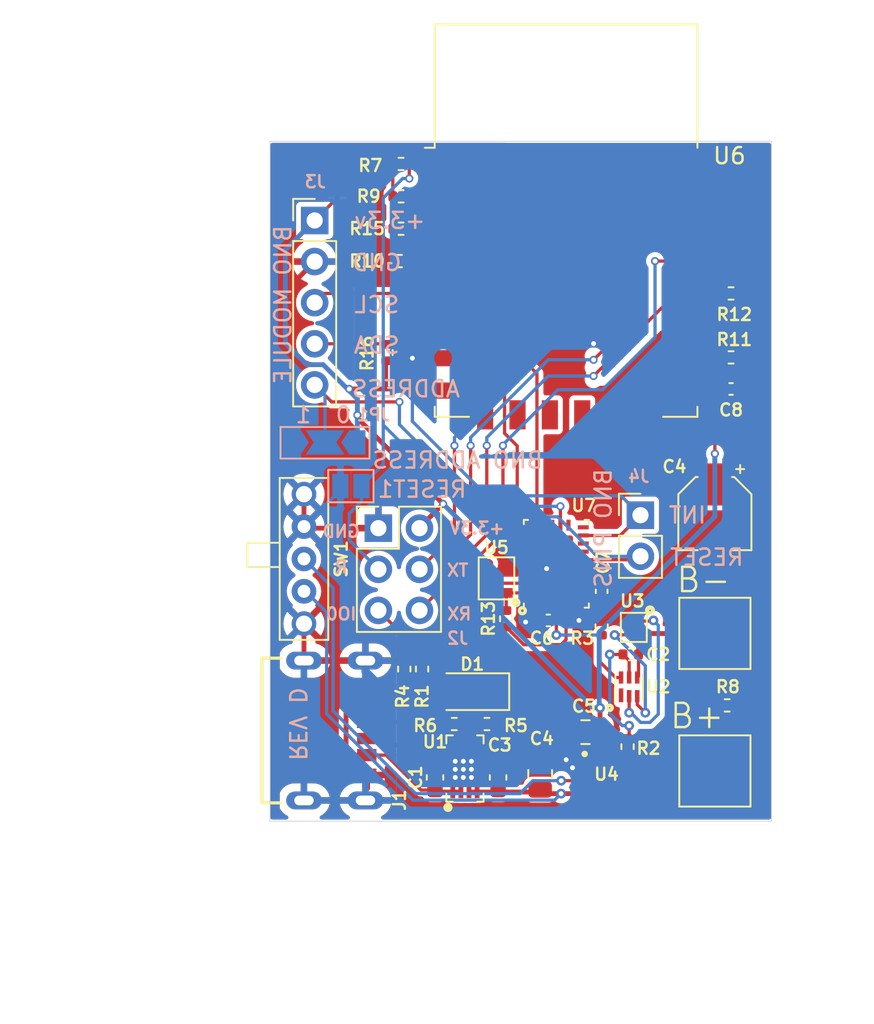
<source format=kicad_pcb>
(kicad_pcb (version 20211014) (generator pcbnew)
  (layers (0 "F.Cu" signal) (31 "B.Cu" signal) (34 "B.Paste" user) (35 "F.Paste" user) (36 "B.SilkS" user "B.Silkscreen") (37 "F.SilkS" user "F.Silkscreen") (38 "B.Mask" user) (39 "F.Mask" user) (44 "Edge.Cuts" user))
  (net 0 "")
  (net 1 "+5V")
  (net 2 "-BATT")
  (net 3 "/BAT_SENCE")
  (net 4 "CH_PROG")
  (net 5 "CS")
  (net 6 "GND")
  (net 7 "B-")
  (net 8 "+BATT")
  (net 9 "+3.3V")
  (net 10 "/CAP_BNO")
  (net 11 "Net-(R5-Pad1)")
  (net 12 "/CC1")
  (net 13 "Net-(R10-Pad1)")
  (net 14 "/CC2")
  (net 15 "/RESET")
  (net 16 "/TX")
  (net 17 "/GPIO0")
  (net 18 "/RX")
  (net 19 "/H_SCL")
  (net 20 "/H_SDA")
  (net 21 "/MOSI")
  (net 22 "/INT")
  (net 23 "/V-")
  (net 24 "/CH_STAT")
  (net 25 "/CH_PROG")
  (net 26 "/ADC")
  (net 27 "/ESP_EN")
  (net 28 "/GPIO16")
  (net 29 "/GPIO15")
  (net 30 "/BOOTN")
  (net 31 "/REG_EN")
  (net 33 "/G_C")
  (net 34 "/G_D")
  (net 35 "/CLK_BNO")
  (footprint "Capacitor_SMD:C_0603_1608Metric" (layer "F.Cu") (at 119.2 106.8 90)
    (fp_text reference "C1")
    (fp_text value "4.7uf")
  )
  (footprint "Capacitor_SMD:CP_Elec_4x4.5" (layer "F.Cu") (at 136.5 90.5 -90)
    (fp_text reference "C4")
    (fp_text value "1uf")
  )
  (footprint "Capacitor_SMD:C_0402_1005Metric" (layer "F.Cu") (at 126.2 97.1 180)
    (fp_text reference "C6")
    (fp_text value "100nf")
  )
  (footprint "Capacitor_SMD:C_0402_1005Metric" (layer "F.Cu") (at 129.5 95.3 -90)
    (fp_text reference "C7")
    (fp_text value "100nf")
  )
  (footprint "Capacitor_SMD:C_0402_1005Metric" (layer "F.Cu") (at 137.5 82.8)
    (fp_text reference "C8")
    (fp_text value "100nf")
  )
  (footprint "Capacitor_SMD:C_0402_1005Metric" (layer "F.Cu") (at 131.3 99.2 180)
    (fp_text reference "C2")
    (fp_text value "100nf")
  )
  (footprint "Diode_SMD:D_1206_3216Metric" (layer "F.Cu") (at 121.5 101.5 180)
    (fp_text reference "D1")
    (fp_text value "c-stat")
  )
  (footprint "Connector_USB:GCT_USB4125-GF-A_REVA" (layer "F.Cu") (at 114.9 103.9 -90)
    (fp_text reference "J1")
    (fp_text value "USB4125-GF-A_REVA")
  )
  (footprint "Resistor_SMD:R_0402_1005Metric" (layer "F.Cu") (at 118.4 100.1 90)
    (fp_text reference "R1")
    (fp_text value "5.1k")
  )
  (footprint "Resistor_SMD:R_0402_1005Metric" (layer "F.Cu") (at 117.3 100.1 90)
    (fp_text reference "R4")
    (fp_text value "5.1k")
  )
  (footprint "Resistor_SMD:R_0402_1005Metric" (layer "F.Cu") (at 122.41 103.5)
    (fp_text reference "R5")
    (fp_text value "470")
  )
  (footprint "Resistor_SMD:R_0402_1005Metric" (layer "F.Cu") (at 120.39 103.5 180)
    (fp_text reference "R6")
    (fp_text value "2k")
  )
  (footprint "Resistor_SMD:R_0402_1005Metric" (layer "F.Cu") (at 117.1 68.9)
    (fp_text reference "R7")
    (fp_text value "10k")
  )
  (footprint "Resistor_SMD:R_0402_1005Metric" (layer "F.Cu") (at 117.1 70.9)
    (fp_text reference "R9")
    (fp_text value "10k")
  )
  (footprint "Resistor_SMD:R_0402_1005Metric" (layer "F.Cu") (at 123.6 97 -90)
    (fp_text reference "R13")
    (fp_text value "2.2k")
  )
  (footprint "Resistor_SMD:R_0402_1005Metric" (layer "F.Cu") (at 117.1 72.9 180)
    (fp_text reference "R15")
    (fp_text value "2.2k")
  )
  (footprint "Resistor_SMD:R_0402_1005Metric" (layer "F.Cu") (at 116.2 80.55 -90)
    (fp_text reference "R16")
    (fp_text value "2.2k")
  )
  (footprint "Resistor_SMD:R_0402_1005Metric" (layer "F.Cu") (at 117 74.9 180)
    (fp_text reference "R10")
    (fp_text value "10k")
  )
  (footprint "Resistor_SMD:R_0402_1005Metric" (layer "F.Cu") (at 131.1 104.9 -90)
    (fp_text reference "R2")
    (fp_text value "330")
  )
  (footprint "Resistor_SMD:R_0402_1005Metric" (layer "F.Cu") (at 129.5 97.5 -90)
    (fp_text reference "R3")
    (fp_text value "2.2k")
  )
  (footprint "Button_Switch_THT:A107673" (layer "F.Cu") (at 114.1 93.3 -90)
    (fp_text reference "SW1")
    (fp_text value "SW_SPDT")
  )
  (footprint "Oscillator:kc2016" (layer "F.Cu") (at 122 95.1 90)
    (fp_text reference "U5")
    (fp_text value "ASAK-32.7680KHZ-LRS-T")
  )
  (footprint "Package_LGA:LGA-28_5.2x3.8mm_P0.5mm" (layer "F.Cu") (at 126.7 93.6 90)
    (fp_text reference "U7")
    (fp_text value "BNO085")
  )
  (footprint "Package_SON:WSON-6_1.5x1.5mm_P0.5mm" (layer "F.Cu") (at 131.2 101.2 90)
    (fp_text reference "U2")
    (fp_text value "BQ297xy")
  )
  (footprint "Package_DirectFET:4-XFLGA" (layer "F.Cu") (at 131.5 97.5 180)
    (fp_text reference "U3")
    (fp_text value "CSD85302L")
  )
  (footprint "Capacitor_SMD:C_0805_2012Metric" (layer "F.Cu") (at 125.7 106.6 90)
    (fp_text reference "C4")
    (fp_text value "1uf")
  )
  (footprint "Capacitor_SMD:C_0805_2012Metric" (layer "F.Cu") (at 128.5 104 180)
    (fp_text reference "C5")
    (fp_text value "1uf")
  )
  (footprint "libs:VREG_NCP170AMX300TCG" (layer "F.Cu") (at 128.1 106.6 -90)
    (fp_text reference "U4")
    (fp_text value "NCP177BMX330TCG")
  )
  (footprint "TestPoint:TestPoint_Pad_4.0x4.0mm" (layer "F.Cu") (at 136.5 97.9)
    (fp_text reference "B-")
    (fp_text value "TestPoint_Pad_4.0x4.0mm")
  )
  (footprint "TestPoint:TestPoint_Pad_4.0x4.0mm" (layer "F.Cu") (at 136.5 106.4)
    (fp_text reference "B+")
    (fp_text value "TestPoint_Pad_4.0x4.0mm")
  )
  (footprint "Connector_PinHeader_2.54mm:PinHeader_1x05_P2.54mm_Vertical" (layer "F.Cu") (at 111.76 72.39)
    (fp_text reference "J3")
    (fp_text value "PinHeader_1x05_P2.54mm_Vertical")
  )
  (footprint "Resistor_SMD:R_0402_1005Metric" (layer "F.Cu") (at 137.26 102.35 180)
    (fp_text reference "R8")
    (fp_text value "180k")
  )
  (footprint "Connector_PinHeader_2.54mm:PinHeader_1x02_P2.54mm_Vertical" (layer "F.Cu") (at 131.9 90.6)
    (fp_text reference "J4")
    (fp_text value "PinHeader_1x02_P2.54mm_Vertical")
  )
  (footprint "Capacitor_SMD:C_0603_1608Metric" (layer "F.Cu") (at 123.1 106.8 -90)
    (fp_text reference "C3")
    (fp_text value "4.7uf")
  )
  (footprint "RF_Module:ESP-12E" (layer "F.Cu") (at 127.3 72.4)
    (fp_text reference "U6")
    (fp_text value "ESP-12E")
  )
  (footprint "Package_QFP:dfn-8_wide" (layer "F.Cu") (at 121 106.4)
    (fp_text reference "U1")
    (fp_text value "dfn-8_wide")
  )
  (footprint "Resistor_SMD:R_0402_1005Metric" (layer "F.Cu") (at 137.5 80.85)
    (fp_text reference "R11")
    (fp_text value "10k")
  )
  (footprint "Resistor_SMD:R_0402_1005Metric" (layer "F.Cu") (at 137.5 76.9 180)
    (fp_text reference "R12")
    (fp_text value "10k")
  )
  (footprint "Connector_PinHeader_2.54mm:PinHeader_2x03_P2.54mm_Vertical" (layer "F.Cu") (at 115.7 91.4)
    (fp_text reference "J2")
    (fp_text value "PinHeader_2x03_P2.54mm_Vertical")
  )
  (footprint "Jumper:SolderJumper-2_P1.3mm_Open_Pad1.0x1.5mm" (layer "B.Cu") (at 114 88.8)
    (fp_text reference "RESET1")
    (fp_text value "SolderJumper-2_P1.3mm_Open_Pad1.0x1.5mm")
  )
  (footprint "Jumper:SolderJumper-3_P2.0mm_Open_TrianglePad1.0x1.5mm" (layer "B.Cu") (at 112.4 86.1)
    (fp_text reference "JP1")
    (fp_text value "SolderJumper-3_P2.0mm_Open_TrianglePad1.0x1.5mm")
  )
  (gr_line (start 140 67.5) (end 140 96) (layer "Edge.Cuts") (width 0.05))
  (gr_line (start 109 109.5) (end 109 67.5) (layer "Edge.Cuts") (width 0.05))
  (gr_line (start 140 96) (end 140 109.5) (layer "Edge.Cuts") (width 0.05))
  (gr_line (start 109 67.5) (end 140 67.5) (layer "Edge.Cuts") (width 0.05))
  (gr_line (start 140 109.5) (end 109 109.5) (layer "Edge.Cuts") (width 0.05))
  (gr_text "GND\n" (at 113.4 91.6) (layer "B.SilkS") (effects (font (size 0.75 0.75)) (justify mirror)))
  (gr_text "INT\n" (at 134.8 90.6) (layer "B.SilkS") (effects (font (size 1 1)) (justify mirror)))
  (gr_text "RESET\n" (at 136 93.2) (layer "B.SilkS") (effects (font (size 1 1)) (justify mirror)))
  (gr_text "SCL\n" (at 115.6 77.6) (layer "B.SilkS") (effects (font (size 1 1)) (justify mirror)))
  (gr_text "IO0" (at 113.4 96.7) (layer "B.SilkS") (effects (font (size 0.75 0.75)) (justify mirror)))
  (gr_text "BNO ADDRESS" (at 120.6 87.2) (layer "B.SilkS") (effects (font (size 1 1)) (justify mirror)))
  (gr_text "+3.3v\n" (at 116.4 72.4) (layer "B.SilkS") (effects (font (size 1 1)) (justify mirror)))
  (gr_text "TX" (at 120.6 94) (layer "B.SilkS") (effects (font (size 0.75 0.75)) (justify mirror)))
  (gr_text "+3.3V\n" (at 121.8 91.4) (layer "B.SilkS") (effects (font (size 0.75 0.75)) (justify mirror)))
  (gr_text "REV D\n" (at 110.7 103.5 270) (layer "B.SilkS") (effects (font (size 1 1)) (justify mirror)))
  (gr_text "GND\n" (at 115.6 75) (layer "B.SilkS") (effects (font (size 1 1)) (justify mirror)))
  (gr_text "BNO PINS" (at 129.6 91.4 90) (layer "B.SilkS") (effects (font (size 1 1)) (justify mirror)))
  (gr_text "R" (at 113.4 93.8) (layer "B.SilkS") (effects (font (size 0.75 0.75)) (justify mirror)))
  (gr_text "ADDRESS" (at 117.4 82.8) (layer "B.SilkS") (effects (font (size 1 1)) (justify mirror)))
  (gr_text "SDA" (at 115.6 80.1) (layer "B.SilkS") (effects (font (size 1 1)) (justify mirror)))
  (gr_text "0  1" (at 112.3 84.4) (layer "B.SilkS") (effects (font (size 1 1)) (justify mirror)))
  (gr_text "RX\n" (at 120.7 96.7) (layer "B.SilkS") (effects (font (size 0.75 0.75)) (justify mirror)))
  (gr_text "BNO MODULE" (at 109.8 77.6 90) (layer "B.SilkS") (effects (font (size 1 1)) (justify mirror)))
  (segment (start 114.98 105.42) (end 116.18 105.42) (width 0.2) (layer "F.Cu") (net 1))
  (segment (start 120.1 101.5) (end 120.1 102) (width 0.2) (layer "F.Cu") (net 1))
  (segment (start 120.3 107.7) (end 119.325 107.7) (width 0.3) (layer "F.Cu") (net 1))
  (segment (start 120.1 101.5) (end 116.18 105.42) (width 0.2) (layer "F.Cu") (net 1))
  (segment (start 120.1 101.5) (end 120.1 101.8) (width 0.2) (layer "F.Cu") (net 1))
  (segment (start 119.2 107.6) (end 119.1 107.7) (width 0.3) (layer "F.Cu") (net 1))
  (segment (start 114.08 102.38) (end 113.7 102.76) (width 0.3) (layer "F.Cu") (net 1))
  (segment (start 116.18 105.42) (end 118.335 107.575) (width 0.2) (layer "F.Cu") (net 1))
  (segment (start 118.335 107.575) (end 119.2 107.575) (width 0.2) (layer "F.Cu") (net 1))
  (segment (start 119.2 107.575) (end 118.975 107.575) (width 0.3) (layer "F.Cu") (net 1))
  (segment (start 120.8 107.7) (end 120.3 107.7) (width 0.3) (layer "F.Cu") (net 1))
  (segment (start 119.325 107.7) (end 119.2 107.575) (width 0.3) (layer "F.Cu") (net 1))
  (segment (start 113.7 102.76) (end 113.7 105.04) (width 0.3) (layer "F.Cu") (net 1))
  (segment (start 114.08 105.42) (end 114.98 105.42) (width 0.3) (layer "F.Cu") (net 1))
  (segment (start 113.7 105.04) (end 114.08 105.42) (width 0.3) (layer "F.Cu") (net 1))
  (segment (start 114.98 102.38) (end 114.08 102.38) (width 0.3) (layer "F.Cu") (net 1))
  (segment (start 131.74 99.16) (end 131.78 99.2) (width 0.2) (layer "F.Cu") (net 2))
  (segment (start 131.74 97.91) (end 136.49 97.91) (width 0.3) (layer "F.Cu") (net 2))
  (segment (start 131.78 99.2) (end 131.78 100.545) (width 0.2) (layer "F.Cu") (net 2))
  (segment (start 131.74 97.91) (end 131.74 99.16) (width 0.2) (layer "F.Cu") (net 2))
  (segment (start 136.49 97.91) (end 136.5 97.9) (width 0.3) (layer "F.Cu") (net 2))
  (segment (start 131.78 100.545) (end 131.7 100.625) (width 0.2) (layer "F.Cu") (net 2))
  (segment (start 131.2 104.29) (end 131.1 104.39) (width 0.2) (layer "F.Cu") (net 3))
  (segment (start 131.2 103.6) (end 131.2 104.29) (width 0.2) (layer "F.Cu") (net 3))
  (segment (start 131.2 100.625) (end 131.2 99.58) (width 0.2) (layer "F.Cu") (net 3))
  (segment (start 130.82 99.2) (end 130 99.2) (width 0.2) (layer "F.Cu") (net 3))
  (segment (start 131.2 99.58) (end 130.82 99.2) (width 0.2) (layer "F.Cu") (net 3))
  (via (at 131.2 103.6) (size 0.6) (drill 0.3) (layers "F.Cu" "B.Cu") (net 3))
  (via (at 130 99.2) (size 0.6) (drill 0.3) (layers "F.Cu" "B.Cu") (net 3))
  (segment (start 130.775736 103.6) (end 130 102.824264) (width 0.2) (layer "B.Cu") (net 3))
  (segment (start 130 102.824264) (end 130 99.2) (width 0.2) (layer "B.Cu") (net 3))
  (segment (start 131.2 103.6) (end 130.775736 103.6) (width 0.2) (layer "B.Cu") (net 3))
  (segment (start 131.037998 103.6) (end 131.2 103.6) (width 0.3) (layer "B.Cu") (net 3))
  (segment (start 127.25 105.65) (end 127.25 105.65) (width 0.3) (layer "F.Cu") (net 6))
  (segment (start 127.25 104.75) (end 127.25 104.3) (width 0.3) (layer "F.Cu") (net 6))
  (segment (start 127.305 105.705) (end 127.312001 105.712001) (width 0.3) (layer "F.Cu") (net 6))
  (segment (start 126.71 105.65) (end 127.25 105.65) (width 0.3) (layer "F.Cu") (net 6))
  (segment (start 127.25 105.09) (end 127.25 104.75) (width 0.3) (layer "F.Cu") (net 6))
  (segment (start 123.1 106.025) (end 121.275 106.025) (width 0.5) (layer "F.Cu") (net 6))
  (segment (start 123.6 93.6) (end 123.85 93.85) (width 0.2) (layer "F.Cu") (net 6))
  (segment (start 127.312001 105.712001) (end 127.312001 105.732001) (width 0.3) (layer "F.Cu") (net 6))
  (segment (start 125.72 96.2175) (end 125.95 95.9875) (width 0.2) (layer "F.Cu") (net 6))
  (segment (start 125.62 97.2) (end 125.72 97.1) (width 0.2) (layer "F.Cu") (net 6))
  (segment (start 121.3 104.8) (end 121.3 105.65) (width 0.3) (layer "F.Cu") (net 6))
  (segment (start 131.15 96.65) (end 130.81 96.99) (width 0.3) (layer "F.Cu") (net 6))
  (segment (start 120.4 106.25) (end 120.45 106.3) (width 0.2) (layer "F.Cu") (net 6))
  (segment (start 127.25 105.65) (end 127.305 105.705) (width 0.3) (layer "F.Cu") (net 6))
  (segment (start 125.0875 93.9) (end 125.0375 93.85) (width 0.2) (layer "F.Cu") (net 6))
  (segment (start 136.5 92.555) (end 136.5 92.3) (width 0.3) (layer "F.Cu") (net 6))
  (segment (start 121.275 106.025) (end 121.05 106.25) (width 0.5) (layer "F.Cu") (net 6))
  (segment (start 131.15 97.23) (end 131.15 96.645) (width 0.3) (layer "F.Cu") (net 6))
  (segment (start 114.05 101.15) (end 113 102.2) (width 0.3) (layer "F.Cu") (net 6))
  (segment (start 134.9 82.9) (end 134.9 90.7) (width 0.3) (layer "F.Cu") (net 6))
  (segment (start 128.3625 95.85) (end 129.43 95.85) (width 0.2) (layer "F.Cu") (net 6))
  (segment (start 125.7 105.65) (end 126.71 105.65) (width 0.3) (layer "F.Cu") (net 6))
  (segment (start 121.3 103.9) (end 120.9 103.5) (width 0.3) (layer "F.Cu") (net 6))
  (segment (start 119.2 106.025) (end 120.825 106.025) (width 0.5) (layer "F.Cu") (net 6))
  (segment (start 131.15 97.23) (end 131.05 97.23) (width 0.3) (layer "F.Cu") (net 6))
  (segment (start 111.1 91.3) (end 109.7 92.7) (width 0.3) (layer "F.Cu") (net 6))
  (segment (start 111.89 74.8) (end 111.76 74.93) (width 0.2) (layer "F.Cu") (net 6))
  (segment (start 114.91 99.59) (end 114.9 99.58) (width 0.2) (layer "F.Cu") (net 6))
  (segment (start 123.1 106.025) (end 125.325 106.025) (width 0.5) (layer "F.Cu") (net 6))
  (segment (start 125.325 106.025) (end 125.7 105.65) (width 0.5) (layer "F.Cu") (net 6))
  (segment (start 136.97 82.8) (end 136.97 81.84) (width 0.2) (layer "F.Cu") (net 6))
  (segment (start 110.2 76.49) (end 110.2 88.4) (width 0.3) (layer "F.Cu") (net 6))
  (segment (start 109.7 95.9) (end 109.987999 96.187999) (width 0.3) (layer "F.Cu") (net 6))
  (segment (start 116.49 74.9) (end 111.79 74.9) (width 0.2) (layer "F.Cu") (net 6))
  (segment (start 114.98 101.15) (end 114.98 99.66) (width 0.3) (layer "F.Cu") (net 6))
  (segment (start 128.225 95.9875) (end 128.3625 95.85) (width 0.2) (layer "F.Cu") (net 6))
  (segment (start 117.3 99.59) (end 114.91 99.59) (width 0.2) (layer "F.Cu") (net 6))
  (segment (start 131.15 97.23) (end 131.15 97.2) (width 0.3) (layer "F.Cu") (net 6))
  (segment (start 114.9 108.22) (end 111.1 108.22) (width 0.2) (layer "F.Cu") (net 6))
  (segment (start 109.987999 96.187999) (end 111.1 97.3) (width 0.3) (layer "F.Cu") (net 6))
  (segment (start 115.7 91.4) (end 111.2 91.4) (width 0.3) (layer "F.Cu") (net 6))
  (segment (start 121.3 105.65) (end 121.45 105.8) (width 0.3) (layer "F.Cu") (net 6))
  (segment (start 136.97 81.84) (end 138.01 80.8) (width 0.2) (layer "F.Cu") (net 6))
  (segment (start 114.05 106.65) (end 114.98 106.65) (width 0.3) (layer "F.Cu") (net 6))
  (segment (start 121.3 104.8) (end 121.3 103.9) (width 0.3) (layer "F.Cu") (net 6))
  (segment (start 114.98 101.15) (end 114.05 101.15) (width 0.3) (layer "F.Cu") (net 6))
  (segment (start 114.98 106.65) (end 114.98 108.14) (width 0.2) (layer "F.Cu") (net 6))
  (segment (start 134.9 90.7) (end 136.5 92.3) (width 0.3) (layer "F.Cu") (net 6))
  (segment (start 129.5 96.99) (end 130.81 96.99) (width 0.3) (layer "F.Cu") (net 6))
  (segment (start 131.15 97.23) (end 131.13 97.23) (width 0.3) (layer "F.Cu") (net 6))
  (segment (start 111.1 91.3) (end 111.1 89.3) (width 0.3) (layer "F.Cu") (net 6))
  (segment (start 127.45 95.9875) (end 128.225 95.9875) (width 0.2) (layer "F.Cu") (net 6))
  (segment (start 128.1 106.6) (end 127.733405 106.233405) (width 0.3) (layer "F.Cu") (net 6))
  (segment (start 111.79 74.9) (end 111.76 74.93) (width 0.2) (layer "F.Cu") (net 6))
  (segment (start 129.43 95.85) (end 129.5 95.78) (width 0.2) (layer "F.Cu") (net 6))
  (segment (start 136.87 82.9) (end 136.97 82.8) (width 0.2) (layer "F.Cu") (net 6))
  (segment (start 127.55 98.94) (end 129.5 96.99) (width 0.3) (layer "F.Cu") (net 6))
  (segment (start 131.15 96.645) (end 131.15 96.65) (width 0.3) (layer "F.Cu") (net 6))
  (segment (start 114.98 99.66) (end 114.9 99.58) (width 0.3) (layer "F.Cu") (net 6))
  (segment (start 129.39 97.1) (end 129.5 96.99) (width 0.2) (layer "F.Cu") (net 6))
  (segment (start 111.1 99.58) (end 111.1 97.3) (width 0.3) (layer "F.Cu") (net 6))
  (segment (start 110.2 88.4) (end 111.1 89.3) (width 0.3) (layer "F.Cu") (net 6))
  (segment (start 127.312001 105.732001) (end 127.733405 106.153405) (width 0.3) (layer "F.Cu") (net 6))
  (segment (start 127.25 105.65) (end 127.25 105.09) (width 0.3) (layer "F.Cu") (net 6))
  (segment (start 124.8 97.2) (end 125.62 97.2) (width 0.2) (layer "F.Cu") (net 6))
  (segment (start 129.5 95.78) (end 129.5 96.99) (width 0.2) (layer "F.Cu") (net 6))
  (segment (start 128.1 97.1) (end 129.39 97.1) (width 0.2) (layer "F.Cu") (net 6))
  (segment (start 118.4 99.59) (end 117.3 99.59) (width 0.2) (layer "F.Cu") (net 6))
  (segment (start 135.495 92.3) (end 136.5 92.3) (width 0.3) (layer "F.Cu") (net 6))
  (segment (start 127.55 104) (end 127.55 99.25) (width 0.3) (layer "F.Cu") (net 6))
  (segment (start 109.7 92.7) (end 109.7 95.9) (width 0.3) (layer "F.Cu") (net 6))
  (segment (start 125.72 97.1) (end 125.72 96.2175) (width 0.2) (layer "F.Cu") (net 6))
  (segment (start 113 102.2) (end 113 105.6) (width 0.3) (layer "F.Cu") (net 6))
  (segment (start 113 105.6) (end 114.05 106.65) (width 0.3) (layer "F.Cu") (net 6))
  (segment (start 127.55 99.25) (end 127.55 98.94) (width 0.3) (layer "F.Cu") (net 6))
  (segment (start 131.05 97.23) (end 130.81 96.99) (width 0.3) (layer "F.Cu") (net 6))
  (segment (start 127.733405 106.233405) (end 127.733405 106.153405) (width 0.3) (layer "F.Cu") (net 6))
  (segment (start 114.599998 106.65) (end 114.98 106.65) (width 0.3) (layer "F.Cu") (net 6))
  (segment (start 134.9 82.9) (end 136.87 82.9) (width 0.2) (layer "F.Cu") (net 6))
  (segment (start 114.98 108.14) (end 114.9 108.22) (width 0.2) (layer "F.Cu") (net 6))
  (segment (start 120.825 106.025) (end 121.05 106.25) (width 0.5) (layer "F.Cu") (net 6))
  (segment (start 126.1 93.9) (end 125.0875 93.9) (width 0.2) (layer "F.Cu") (net 6))
  (segment (start 131.15 96.645) (end 135.495 92.3) (width 0.3) (layer "F.Cu") (net 6))
  (segment (start 114.9 99.58) (end 111.1 99.58) (width 0.3) (layer "F.Cu") (net 6))
  (segment (start 123.85 93.85) (end 125.0375 93.85) (width 0.2) (layer "F.Cu") (net 6))
  (segment (start 111.76 74.93) (end 110.2 76.49) (width 0.3) (layer "F.Cu") (net 6))
  (segment (start 123.07 106.25) (end 123.1 106.28) (width 0.2) (layer "F.Cu") (net 6))
  (segment (start 127.25 104.3) (end 127.55 104) (width 0.3) (layer "F.Cu") (net 6))
  (segment (start 111.2 91.4) (end 111.1 91.3) (width 0.3) (layer "F.Cu") (net 6))
  (via (at 126.1 93.9) (size 0.6) (drill 0.3) (layers "F.Cu" "B.Cu") (net 6))
  (via (at 120.45 105.8) (size 0.5) (drill 0.3) (layers "F.Cu" "B.Cu") (net 6))
  (via (at 128.1 97.1) (size 0.6) (drill 0.3) (layers "F.Cu" "B.Cu") (net 6))
  (via (at 120.95 105.8) (size 0.5) (drill 0.3) (layers "F.Cu" "B.Cu") (net 6))
  (via (at 121.45 106.3) (size 0.5) (drill 0.3) (layers "F.Cu" "B.Cu") (net 6))
  (via (at 124.8 97.2) (size 0.6) (drill 0.3) (layers "F.Cu" "B.Cu") (net 6))
  (via (at 127.305 105.705) (size 0.6) (drill 0.3) (layers "F.Cu" "B.Cu") (net 6))
  (via (at 120.45 106.3) (size 0.5) (drill 0.3) (layers "F.Cu" "B.Cu") (net 6))
  (via (at 120.45 106.8) (size 0.5) (drill 0.3) (layers "F.Cu" "B.Cu") (net 6))
  (via (at 127.7 106.2) (size 0.6) (drill 0.3) (layers "F.Cu" "B.Cu") (net 6))
  (via (at 120.95 106.3) (size 0.5) (drill 0.3) (layers "F.Cu" "B.Cu") (net 6))
  (via (at 120.95 106.8) (size 0.5) (drill 0.3) (layers "F.Cu" "B.Cu") (net 6))
  (via (at 121.45 106.8) (size 0.5) (drill 0.3) (layers "F.Cu" "B.Cu") (net 6))
  (via (at 121.45 105.8) (size 0.5) (drill 0.3) (layers "F.Cu" "B.Cu") (net 6))
  (segment (start 114.9 100.25) (end 120.95 106.3) (width 0.5) (layer "B.Cu") (net 6))
  (segment (start 110.4 88.6) (end 110.4 86.1) (width 0.2) (layer "B.Cu") (net 6))
  (segment (start 111.1 97.3) (end 111.1 96.871762) (width 0.2) (layer "B.Cu") (net 6))
  (segment (start 113.35 88.8) (end 113.35 89.05) (width 0.2) (layer "B.Cu") (net 6))
  (segment (start 114.9 99.58) (end 114.9 100.25) (width 0.5) (layer "B.Cu") (net 6))
  (segment (start 128.1 97.1) (end 124.9 97.1) (width 0.2) (layer "B.Cu") (net 6))
  (segment (start 124.9 97.1) (end 124.8 97.2) (width 0.2) (layer "B.Cu") (net 6))
  (segment (start 111.1 89.3) (end 110.4 88.6) (width 0.2) (layer "B.Cu") (net 6))
  (segment (start 113.35 89.05) (end 111.1 91.3) (width 0.2) (layer "B.Cu") (net 6))
  (segment (start 124.8 97.2) (end 124.8 95.2) (width 0.2) (layer "B.Cu") (net 6))
  (segment (start 124.8 95.2) (end 126.1 93.9) (width 0.2) (layer "B.Cu") (net 6))
  (segment (start 121.3 107.7) (end 121.8 107.7) (width 0.3) (layer "F.Cu") (net 8))
  (segment (start 125.55 107.7) (end 125.7 107.55) (width 0.3) (layer "F.Cu") (net 8))
  (segment (start 126.991381 107.799457) (end 127.713733 107.799457) (width 0.3) (layer "F.Cu") (net 8))
  (segment (start 137.77 105.13) (end 136.5 106.4) (width 0.2) (layer "F.Cu") (net 8))
  (segment (start 125.625 107.625) (end 125.7 107.55) (width 0.3) (layer "F.Cu") (net 8))
  (segment (start 137.77 102.35) (end 137.77 105.13) (width 0.2) (layer "F.Cu") (net 8))
  (segment (start 121.8 107.7) (end 123.1 107.7) (width 0.3) (layer "F.Cu") (net 8))
  (segment (start 135.51 105.41) (end 136.5 106.4) (width 0.2) (layer "F.Cu") (net 8))
  (segment (start 131.1 105.41) (end 135.51 105.41) (width 0.2) (layer "F.Cu") (net 8))
  (segment (start 129.11319 106.4) (end 136.5 106.4) (width 0.3) (layer "F.Cu") (net 8))
  (segment (start 123.1 107.7) (end 125.55 107.7) (width 0.3) (layer "F.Cu") (net 8))
  (segment (start 125.949457 107.799457) (end 125.7 107.55) (width 0.3) (layer "F.Cu") (net 8))
  (segment (start 127.713733 107.799457) (end 129.11319 106.4) (width 0.3) (layer "F.Cu") (net 8))
  (segment (start 126.991381 107.799457) (end 125.949457 107.799457) (width 0.3) (layer "F.Cu") (net 8))
  (via (at 126.991381 107.799457) (size 0.6) (drill 0.3) (layers "F.Cu" "B.Cu") (net 8))
  (segment (start 111.2 95.3) (end 111.1 95.3) (width 0.2) (layer "B.Cu") (net 8))
  (segment (start 126.991381 107.799457) (end 126.590828 108.20001) (width 0.2) (layer "B.Cu") (net 8))
  (segment (start 117.834311 108.20001) (end 112.50001 102.865709) (width 0.2) (layer "B.Cu") (net 8))
  (segment (start 112.50001 96.60001) (end 111.2 95.3) (width 0.2) (layer "B.Cu") (net 8))
  (segment (start 112.50001 102.865709) (end 112.50001 96.60001) (width 0.2) (layer "B.Cu") (net 8))
  (segment (start 126.590828 108.20001) (end 117.834311 108.20001) (width 0.2) (layer "B.Cu") (net 8))
  (segment (start 136.5 88.7) (end 136.5 88.7) (width 0.3) (layer "F.Cu") (net 9))
  (segment (start 125.650001 95.349999) (end 126.317001 95.349999) (width 0.2) (layer "F.Cu") (net 9))
  (segment (start 125.675001 94.482999) (end 125.542002 94.35) (width 0.2) (layer "F.Cu") (net 9))
  (segment (start 116.2 82.8) (end 115.45 82.8) (width 0.3) (layer "F.Cu") (net 9))
  (segment (start 125.675001 95.217001) (end 125.675001 95.324999) (width 0.2) (layer "F.Cu") (net 9))
  (segment (start 129.45 104) (end 129.45 105.17) (width 0.3) (layer "F.Cu") (net 9))
  (segment (start 126.68 97.1) (end 126.45 96.87) (width 0.2) (layer "F.Cu") (net 9))
  (segment (start 125.675001 95.324999) (end 125.650001 95.349999) (width 0.2) (layer "F.Cu") (net 9))
  (segment (start 116.59 69) (end 116.59 70.9) (width 0.2) (layer "F.Cu") (net 9))
  (segment (start 127.450001 95.349999) (end 127.724999 95.075001) (width 0.2) (layer "F.Cu") (net 9))
  (segment (start 136.5 88.7) (end 136.5 86.8) (width 0.3) (layer "F.Cu") (net 9))
  (segment (start 122.4 95.4) (end 123.6 95.4) (width 0.2) (layer "F.Cu") (net 9))
  (segment (start 115.025 69.125) (end 111.76 72.39) (width 0.2) (layer "F.Cu") (net 9))
  (segment (start 115.45 82.8) (end 113.9 82.8) (width 0.3) (layer "F.Cu") (net 9))
  (segment (start 126.582999 95.349999) (end 127.450001 95.349999) (width 0.2) (layer "F.Cu") (net 9))
  (segment (start 126.317001 95.349999) (end 126.582999 95.349999) (width 0.2) (layer "F.Cu") (net 9))
  (segment (start 123.6 95.4) (end 124.9875 95.4) (width 0.2) (layer "F.Cu") (net 9))
  (segment (start 136.5 84.425) (end 137.98 82.945) (width 0.2) (layer "F.Cu") (net 9))
  (segment (start 137.98 82.945) (end 137.98 82.8) (width 0.2) (layer "F.Cu") (net 9))
  (segment (start 126.45 95.482998) (end 126.45 95.9875) (width 0.2) (layer "F.Cu") (net 9))
  (segment (start 115.15 69) (end 115.025 69.125) (width 0.2) (layer "F.Cu") (net 9))
  (segment (start 115.25 68.9) (end 115.025 69.125) (width 0.2) (layer "F.Cu") (net 9))
  (segment (start 125.0375 95.35) (end 125.542002 95.35) (width 0.2) (layer "F.Cu") (net 9))
  (segment (start 126.7 98) (end 126.7 97.12) (width 0.2) (layer "F.Cu") (net 9))
  (segment (start 126.7 97.12) (end 126.68 97.1) (width 0.2) (layer "F.Cu") (net 9))
  (segment (start 116.2 82.8) (end 116.2 81.3) (width 0.2) (layer "F.Cu") (net 9))
  (segment (start 119.6 82.8) (end 119.7 82.9) (width 0.3) (layer "F.Cu") (net 9))
  (segment (start 129.45 105.17) (end 128.466595 106.153405) (width 0.3) (layer "F.Cu") (net 9))
  (segment (start 125.675001 95.217001) (end 125.675001 94.482999) (width 0.2) (layer "F.Cu") (net 9))
  (segment (start 116.2 82.8) (end 119.6 82.8) (width 0.3) (layer "F.Cu") (net 9))
  (segment (start 127.724999 93.982999) (end 127.857998 93.85) (width 0.2) (layer "F.Cu") (net 9))
  (segment (start 114.4 84.6) (end 119.7 89.9) (width 0.3) (layer "F.Cu") (net 9))
  (segment (start 138.48 76.9) (end 138.78001 77.20001) (width 0.2) (layer "F.Cu") (net 9))
  (segment (start 136.5 86.8) (end 136.5 84.425) (width 0.2) (layer "F.Cu") (net 9))
  (segment (start 127.857998 93.85) (end 128.3625 93.85) (width 0.2) (layer "F.Cu") (net 9))
  (segment (start 138.78001 81.94999) (end 137.93 82.8) (width 0.2) (layer "F.Cu") (net 9))
  (segment (start 118.24 91.4) (end 118.24 91.36) (width 0.3) (layer "F.Cu") (net 9))
  (segment (start 118.24 91.36) (end 119.7 89.9) (width 0.3) (layer "F.Cu") (net 9))
  (segment (start 116.59 68.9) (end 115.25 68.9) (width 0.2) (layer "F.Cu") (net 9))
  (segment (start 116.59 70.9) (end 116.59 72.9) (width 0.2) (layer "F.Cu") (net 9))
  (segment (start 138.21 76.9) (end 138.48 76.9) (width 0.2) (layer "F.Cu") (net 9))
  (segment (start 125.542002 94.35) (end 125.0375 94.35) (width 0.2) (layer "F.Cu") (net 9))
  (segment (start 129.4 103.95) (end 129.45 104) (width 0.3) (layer "F.Cu") (net 9))
  (segment (start 126.45 96.87) (end 126.45 95.9875) (width 0.2) (layer "F.Cu") (net 9))
  (segment (start 125.0375 95.35) (end 125.650001 95.349999) (width 0.2) (layer "F.Cu") (net 9))
  (segment (start 114.4 84.413998) (end 114.4 84.6) (width 0.3) (layer "F.Cu") (net 9))
  (segment (start 127.724999 95.075001) (end 127.724999 93.982999) (width 0.2) (layer "F.Cu") (net 9))
  (segment (start 123.6 96.49) (end 123.6 95.4) (width 0.2) (layer "F.Cu") (net 9))
  (segment (start 138.78001 77.20001) (end 138.78001 81.94999) (width 0.2) (layer "F.Cu") (net 9))
  (segment (start 129.4 102.5) (end 129.4 103.95) (width 0.3) (layer "F.Cu") (net 9))
  (segment (start 124.9875 95.4) (end 125.0375 95.35) (width 0.2) (layer "F.Cu") (net 9))
  (via (at 119.7 89.9) (size 0.5) (drill 0.3) (layers "F.Cu" "B.Cu") (net 9))
  (via (at 129.4 102.5) (size 0.6) (drill 0.3) (layers "F.Cu" "B.Cu") (net 9))
  (via (at 126.7 98) (size 0.6) (drill 0.3) (layers "F.Cu" "B.Cu") (net 9))
  (via (at 114.4 84.413998) (size 0.5) (drill 0.3) (layers "F.Cu" "B.Cu") (net 9))
  (via (at 136.5 86.8) (size 0.5) (drill 0.3) (layers "F.Cu" "B.Cu") (net 9))
  (via (at 113.9 82.8) (size 0.5) (drill 0.3) (layers "F.Cu" "B.Cu") (net 9))
  (segment (start 119.7 89.9) (end 119.7 89.9) (width 0.3) (layer "B.Cu") (net 9))
  (segment (start 113.9 82.8) (end 113.786002 82.8) (width 0.3) (layer "B.Cu") (net 9))
  (segment (start 136.5 90.675996) (end 129.349999 97.825997) (width 0.3) (layer "B.Cu") (net 9))
  (segment (start 114.4 83.413998) (end 113.743001 82.756999) (width 0.3) (layer "B.Cu") (net 9))
  (segment (start 114.4 84.413998) (end 114.4 86.1) (width 0.3) (layer "B.Cu") (net 9))
  (segment (start 109.95 74.2) (end 111.76 72.39) (width 0.3) (layer "B.Cu") (net 9))
  (segment (start 120.8 91) (end 119.7 89.9) (width 0.3) (layer "B.Cu") (net 9))
  (segment (start 129.349999 97.949999) (end 129.349999 99.349999) (width 0.3) (layer "B.Cu") (net 9))
  (segment (start 126.7 98) (end 129.299998 98) (width 0.2) (layer "B.Cu") (net 9))
  (segment (start 129.349999 97.825997) (end 129.349999 97.949999) (width 0.3) (layer "B.Cu") (net 9))
  (segment (start 129.299998 98) (end 129.349999 97.949999) (width 0.2) (layer "B.Cu") (net 9))
  (segment (start 129.4 102.5) (end 128.975736 102.5) (width 0.3) (layer "B.Cu") (net 9))
  (segment (start 128.975736 102.5) (end 120.8 94.324264) (width 0.3) (layer "B.Cu") (net 9))
  (segment (start 113.786002 82.8) (end 113.743001 82.756999) (width 0.3) (layer "B.Cu") (net 9))
  (segment (start 111.273998 81.3) (end 109.95 79.976002) (width 0.3) (layer "B.Cu") (net 9))
  (segment (start 114.4 84.413998) (end 114.4 83.413998) (width 0.3) (layer "B.Cu") (net 9))
  (segment (start 112.286002 81.3) (end 111.273998 81.3) (width 0.3) (layer "B.Cu") (net 9))
  (segment (start 119.7 89.9) (end 119.7 89.94) (width 0.3) (layer "B.Cu") (net 9))
  (segment (start 136.5 86.8) (end 136.5 90.675996) (width 0.3) (layer "B.Cu") (net 9))
  (segment (start 129.349999 97.825997) (end 133.5 93.675996) (width 0.2) (layer "B.Cu") (net 9))
  (segment (start 109.95 79.976002) (end 109.95 74.2) (width 0.3) (layer "B.Cu") (net 9))
  (segment (start 113.743001 82.756999) (end 112.286002 81.3) (width 0.3) (layer "B.Cu") (net 9))
  (segment (start 129.349999 102.449999) (end 129.349999 99.349999) (width 0.3) (layer "B.Cu") (net 9))
  (segment (start 129.4 102.5) (end 129.349999 102.449999) (width 0.3) (layer "B.Cu") (net 9))
  (segment (start 120.8 94.324264) (end 120.8 91) (width 0.3) (layer "B.Cu") (net 9))
  (segment (start 129.03 94.35) (end 128.3625 94.35) (width 0.2) (layer "F.Cu") (net 10))
  (segment (start 129.5 94.82) (end 129.03 94.35) (width 0.2) (layer "F.Cu") (net 10))
  (segment (start 122.92 101.52) (end 122.9 101.5) (width 0.2) (layer "F.Cu") (net 11))
  (segment (start 122.92 103.5) (end 122.92 101.52) (width 0.2) (layer "F.Cu") (net 11))
  (segment (start 117.3 100.61) (end 117.3 101.88) (width 0.2) (layer "F.Cu") (net 12))
  (segment (start 117.3 101.88) (end 115.78 103.4) (width 0.2) (layer "F.Cu") (net 12))
  (segment (start 115.78 103.4) (end 114.98 103.4) (width 0.2) (layer "F.Cu") (net 12))
  (segment (start 119.6 74.8) (end 119.7 74.9) (width 0.2) (layer "F.Cu") (net 13))
  (segment (start 117.51 74.9) (end 119.7 74.9) (width 0.2) (layer "F.Cu") (net 13))
  (segment (start 118.4 101.78) (end 115.78 104.4) (width 0.2) (layer "F.Cu") (net 14))
  (segment (start 115.78 104.4) (end 114.98 104.4) (width 0.2) (layer "F.Cu") (net 14))
  (segment (start 118.4 100.61) (end 118.4 101.78) (width 0.2) (layer "F.Cu") (net 14))
  (segment (start 119.7 68.9) (end 119.7 68.9) (width 0.2) (layer "F.Cu") (net 15))
  (segment (start 131.69 93.35) (end 131.9 93.14) (width 0.2) (layer "F.Cu") (net 15))
  (segment (start 117.61 69.8) (end 117.61 68.9) (width 0.2) (layer "F.Cu") (net 15))
  (segment (start 128.3625 93.35) (end 131.69 93.35) (width 0.2) (layer "F.Cu") (net 15))
  (segment (start 117.61 68.9) (end 119.7 68.9) (width 0.2) (layer "F.Cu") (net 15))
  (via (at 117.61 69.8) (size 0.5) (drill 0.3) (layers "F.Cu" "B.Cu") (net 15))
  (segment (start 117.2 69.8) (end 116.000001 70.999999) (width 0.2) (layer "B.Cu") (net 15))
  (segment (start 116.000001 70.999999) (end 116.000001 85.024265) (width 0.2) (layer "B.Cu") (net 15))
  (segment (start 113.9 92.14) (end 115.7 93.94) (width 0.2) (layer "B.Cu") (net 15))
  (segment (start 117.61 69.8) (end 117.2 69.8) (width 0.2) (layer "B.Cu") (net 15))
  (segment (start 131.9 93.14) (end 129.225998 93.14) (width 0.2) (layer "B.Cu") (net 15))
  (segment (start 114.65 89.75) (end 113.9 90.5) (width 0.2) (layer "B.Cu") (net 15))
  (segment (start 114.65 88.8) (end 114.65 89.75) (width 0.2) (layer "B.Cu") (net 15))
  (segment (start 129.225998 93.14) (end 126.785998 90.7) (width 0.2) (layer "B.Cu") (net 15))
  (segment (start 116.000001 87.449999) (end 114.65 88.8) (width 0.2) (layer "B.Cu") (net 15))
  (segment (start 113.9 90.5) (end 113.9 92.14) (width 0.2) (layer "B.Cu") (net 15))
  (segment (start 131.9 93.14) (end 131.64 93.4) (width 0.2) (layer "B.Cu") (net 15))
  (segment (start 126.785998 90.7) (end 121.675736 90.7) (width 0.2) (layer "B.Cu") (net 15))
  (segment (start 116.000001 85.024265) (end 116.000001 87.449999) (width 0.2) (layer "B.Cu") (net 15))
  (segment (start 121.675736 90.7) (end 116.000001 85.024265) (width 0.2) (layer "B.Cu") (net 15))
  (segment (start 134.9 68.9) (end 134.15 68.9) (width 0.2) (layer "F.Cu") (net 16))
  (segment (start 120.4 91.78) (end 118.24 93.94) (width 0.2) (layer "F.Cu") (net 16))
  (segment (start 129 80) (end 131 78) (width 0.2) (layer "F.Cu") (net 16))
  (segment (start 134.75 69.05) (end 134.9 68.9) (width 0.2) (layer "F.Cu") (net 16))
  (segment (start 120.4 86.3) (end 120.4 91.78) (width 0.2) (layer "F.Cu") (net 16))
  (segment (start 134.15 68.9) (end 131 72.05) (width 0.2) (layer "F.Cu") (net 16))
  (segment (start 131 72.05) (end 131 78) (width 0.2) (layer "F.Cu") (net 16))
  (via (at 129 80) (size 0.5) (drill 0.3) (layers "F.Cu" "B.Cu") (net 16))
  (via (at 120.4 86.3) (size 0.5) (drill 0.3) (layers "F.Cu" "B.Cu") (net 16))
  (segment (start 120.4 85.8) (end 126.2 80) (width 0.2) (layer "B.Cu") (net 16))
  (segment (start 126.2 80) (end 129 80) (width 0.2) (layer "B.Cu") (net 16))
  (segment (start 120.4 86.3) (end 120.4 85.8) (width 0.2) (layer "B.Cu") (net 16))
  (segment (start 117.12 97.9) (end 115.7 96.48) (width 0.2) (layer "F.Cu") (net 17))
  (segment (start 120.5 96.2) (end 118.8 97.9) (width 0.2) (layer "F.Cu") (net 17))
  (segment (start 134.75 77.05) (end 134.9 76.9) (width 0.2) (layer "F.Cu") (net 17))
  (segment (start 120.5 93.7) (end 120.5 96.2) (width 0.2) (layer "F.Cu") (net 17))
  (segment (start 134.9 76.9) (end 136.99 76.9) (width 0.2) (layer "F.Cu") (net 17))
  (segment (start 118.8 97.9) (end 117.12 97.9) (width 0.2) (layer "F.Cu") (net 17))
  (segment (start 129 82) (end 134.1 76.9) (width 0.2) (layer "F.Cu") (net 17))
  (segment (start 122.4 91.8) (end 122.4 86.3) (width 0.2) (layer "F.Cu") (net 17))
  (segment (start 134.1 76.9) (end 134.9 76.9) (width 0.2) (layer "F.Cu") (net 17))
  (segment (start 120.5 93.7) (end 122.4 91.8) (width 0.2) (layer "F.Cu") (net 17))
  (via (at 129 82) (size 0.5) (drill 0.3) (layers "F.Cu" "B.Cu") (net 17))
  (via (at 122.4 86.3) (size 0.5) (drill 0.3) (layers "F.Cu" "B.Cu") (net 17))
  (segment (start 126.2 82) (end 129 82) (width 0.2) (layer "B.Cu") (net 17))
  (segment (start 122.4 86.3) (end 122.4 85.8) (width 0.2) (layer "B.Cu") (net 17))
  (segment (start 122.4 85.8) (end 126.2 82) (width 0.2) (layer "B.Cu") (net 17))
  (segment (start 121.4 86.3) (end 121.4 91.8) (width 0.2) (layer "F.Cu") (net 18))
  (segment (start 121.4 91.8) (end 119.922849 93.277151) (width 0.2) (layer "F.Cu") (net 18))
  (segment (start 119.922849 94.797151) (end 118.24 96.48) (width 0.2) (layer "F.Cu") (net 18))
  (segment (start 119.922849 93.277151) (end 119.922849 94.797151) (width 0.2) (layer "F.Cu") (net 18))
  (segment (start 134.15 70.9) (end 131.8 73.25) (width 0.2) (layer "F.Cu") (net 18))
  (segment (start 129 81) (end 131.8 78.2) (width 0.2) (layer "F.Cu") (net 18))
  (segment (start 134.9 70.9) (end 134.15 70.9) (width 0.2) (layer "F.Cu") (net 18))
  (segment (start 131.8 73.25) (end 131.8 78.2) (width 0.2) (layer "F.Cu") (net 18))
  (via (at 129 81) (size 0.5) (drill 0.3) (layers "F.Cu" "B.Cu") (net 18))
  (via (at 121.4 86.3) (size 0.5) (drill 0.3) (layers "F.Cu" "B.Cu") (net 18))
  (segment (start 126.2 81) (end 129 81) (width 0.2) (layer "B.Cu") (net 18))
  (segment (start 121.4 86.3) (end 121.4 85.8) (width 0.2) (layer "B.Cu") (net 18))
  (segment (start 121.4 85.8) (end 126.2 81) (width 0.2) (layer "B.Cu") (net 18))
  (segment (start 125.499999 81.849999) (end 120.55 76.9) (width 0.2) (layer "F.Cu") (net 19))
  (segment (start 121.2 73.9) (end 121.7 74.4) (width 0.2) (layer "F.Cu") (net 19))
  (segment (start 125.499999 90.599999) (end 125.499999 81.849999) (width 0.2) (layer "F.Cu") (net 19))
  (segment (start 117.61 73.21) (end 118.3 73.9) (width 0.2) (layer "F.Cu") (net 19))
  (segment (start 119.7 76.9) (end 112.33 76.9) (width 0.2) (layer "F.Cu") (net 19))
  (segment (start 112.33 76.9) (end 111.76 77.47) (width 0.2) (layer "F.Cu") (net 19))
  (segment (start 125.95 91.05) (end 125.499999 90.599999) (width 0.2) (layer "F.Cu") (net 19))
  (segment (start 120.55 76.9) (end 119.7 76.9) (width 0.2) (layer "F.Cu") (net 19))
  (segment (start 118.3 73.9) (end 121.2 73.9) (width 0.2) (layer "F.Cu") (net 19))
  (segment (start 121.7 76.8) (end 121.7 78.05) (width 0.2) (layer "F.Cu") (net 19))
  (segment (start 117.61 72.9) (end 117.61 73.21) (width 0.2) (layer "F.Cu") (net 19))
  (segment (start 125.95 91.2125) (end 125.95 91.05) (width 0.2) (layer "F.Cu") (net 19))
  (segment (start 121.7 74.4) (end 121.7 76.8) (width 0.2) (layer "F.Cu") (net 19))
  (segment (start 111.76 80.01) (end 116.49 80.01) (width 0.2) (layer "F.Cu") (net 20))
  (segment (start 123.499999 85.540001) (end 124.279999 86.320001) (width 0.2) (layer "F.Cu") (net 20))
  (segment (start 121.15 78.9) (end 123.499999 81.249999) (width 0.2) (layer "F.Cu") (net 20))
  (segment (start 121.15 78.9) (end 119.7 78.9) (width 0.2) (layer "F.Cu") (net 20))
  (segment (start 116.49 80.01) (end 117.6 78.9) (width 0.2) (layer "F.Cu") (net 20))
  (segment (start 124.279999 90.592499) (end 125.0375 91.35) (width 0.2) (layer "F.Cu") (net 20))
  (segment (start 124.279999 86.320001) (end 124.279999 90.592499) (width 0.2) (layer "F.Cu") (net 20))
  (segment (start 117.6 78.9) (end 119.7 78.9) (width 0.2) (layer "F.Cu") (net 20))
  (segment (start 121.499999 79.249999) (end 121.15 78.9) (width 0.2) (layer "F.Cu") (net 20))
  (segment (start 123.499999 81.249999) (end 123.499999 85.540001) (width 0.2) (layer "F.Cu") (net 20))
  (segment (start 117 83.6) (end 112.81 83.6) (width 0.2) (layer "F.Cu") (net 21))
  (segment (start 126.95 91.2125) (end 126.95 90.05) (width 0.2) (layer "F.Cu") (net 21))
  (segment (start 112.81 83.6) (end 111.76 82.55) (width 0.2) (layer "F.Cu") (net 21))
  (via (at 126.95 90.05) (size 0.5) (drill 0.3) (layers "F.Cu" "B.Cu") (net 21))
  (via (at 117 83.6) (size 0.5) (drill 0.3) (layers "F.Cu" "B.Cu") (net 21))
  (segment (start 117 83.6) (end 117 85) (width 0.2) (layer "B.Cu") (net 21))
  (segment (start 112.4 83.19) (end 111.76 82.55) (width 0.2) (layer "B.Cu") (net 21))
  (segment (start 112.4 86.1) (end 112.4 83.19) (width 0.2) (layer "B.Cu") (net 21))
  (segment (start 122.05 90.05) (end 126.95 90.05) (width 0.2) (layer "B.Cu") (net 21))
  (segment (start 117 85) (end 122.05 90.05) (width 0.2) (layer "B.Cu") (net 21))
  (segment (start 117.8 80.9) (end 119.7 80.9) (width 0.2) (layer "F.Cu") (net 22))
  (segment (start 128.3625 91.85) (end 130.65 91.85) (width 0.2) (layer "F.Cu") (net 22))
  (segment (start 130.65 91.85) (end 131.9 90.6) (width 0.2) (layer "F.Cu") (net 22))
  (via (at 117.8 80.9) (size 0.5) (drill 0.3) (layers "F.Cu" "B.Cu") (net 22))
  (segment (start 117.8 84.8) (end 117.8 80.9) (width 0.2) (layer "B.Cu") (net 22))
  (segment (start 122.4 89.4) (end 117.8 84.8) (width 0.2) (layer "B.Cu") (net 22))
  (segment (start 131.9 90.6) (end 130.7 89.4) (width 0.2) (layer "B.Cu") (net 22))
  (segment (start 130.7 89.4) (end 122.4 89.4) (width 0.2) (layer "B.Cu") (net 22))
  (segment (start 129.399999 98.110001) (end 129.5 98.01) (width 0.2) (layer "F.Cu") (net 23))
  (segment (start 129.399999 99.664999) (end 129.399999 98.110001) (width 0.2) (layer "F.Cu") (net 23))
  (segment (start 130.7 100.625) (end 130.36 100.625) (width 0.2) (layer "F.Cu") (net 23))
  (segment (start 130.36 100.625) (end 129.399999 99.664999) (width 0.2) (layer "F.Cu") (net 23))
  (segment (start 121.8 103.6) (end 121.9 103.5) (width 0.2) (layer "F.Cu") (net 24))
  (segment (start 121.8 104.8) (end 121.8 103.6) (width 0.2) (layer "F.Cu") (net 24))
  (segment (start 120.3 104.8) (end 120.3 103.92) (width 0.2) (layer "F.Cu") (net 25))
  (segment (start 120.3 103.92) (end 119.88 103.5) (width 0.2) (layer "F.Cu") (net 25))
  (segment (start 136.340002 68.05) (end 124 68.05) (width 0.2) (layer "F.Cu") (net 26))
  (segment (start 139.2 70.909998) (end 136.340002 68.05) (width 0.2) (layer "F.Cu") (net 26))
  (segment (start 136.75 102.35) (end 136.75 102.25) (width 0.2) (layer "F.Cu") (net 26))
  (segment (start 121.15 70.9) (end 119.7 70.9) (width 0.2) (layer "F.Cu") (net 26))
  (segment (start 136.75 102.25) (end 139.2 99.8) (width 0.2) (layer "F.Cu") (net 26))
  (segment (start 124 68.05) (end 121.15 70.9) (width 0.2) (layer "F.Cu") (net 26))
  (segment (start 139.2 99.8) (end 139.2 70.909998) (width 0.2) (layer "F.Cu") (net 26))
  (segment (start 117.61 71.22) (end 119.29 72.9) (width 0.2) (layer "F.Cu") (net 27))
  (segment (start 117.61 70.9) (end 117.61 71.22) (width 0.2) (layer "F.Cu") (net 27))
  (segment (start 119.29 72.9) (end 119.7 72.9) (width 0.2) (layer "F.Cu") (net 27))
  (segment (start 119.409998 72.9) (end 119.7 72.9) (width 0.2) (layer "F.Cu") (net 27))
  (segment (start 134.9 80.9) (end 137.09 80.9) (width 0.2) (layer "F.Cu") (net 29))
  (segment (start 123.45 86.3) (end 123.45 86.3) (width 0.2) (layer "F.Cu") (net 30))
  (segment (start 126.95 96.43773) (end 127.300001 96.787731) (width 0.2) (layer "F.Cu") (net 30))
  (segment (start 121.52 93.53) (end 121.625 93.425) (width 0.2) (layer "F.Cu") (net 30))
  (segment (start 126.988001 98.600001) (end 124.690001 98.600001) (width 0.2) (layer "F.Cu") (net 30))
  (segment (start 127.300001 96.787731) (end 127.300001 98.288001) (width 0.2) (layer "F.Cu") (net 30))
  (segment (start 121.925729 93.125729) (end 121.69999 93.351468) (width 0.2) (layer "F.Cu") (net 30))
  (segment (start 121.69999 93.351468) (end 121.698532 93.351468) (width 0.2) (layer "F.Cu") (net 30))
  (segment (start 132.8 74.9) (end 134.9 74.9) (width 0.2) (layer "F.Cu") (net 30))
  (segment (start 123.28 97.51) (end 123.6 97.51) (width 0.2) (layer "F.Cu") (net 30))
  (segment (start 127.300001 98.288001) (end 126.988001 98.600001) (width 0.2) (layer "F.Cu") (net 30))
  (segment (start 121.52 95.75) (end 121.52 93.53) (width 0.2) (layer "F.Cu") (net 30))
  (segment (start 124.690001 98.600001) (end 123.6 97.51) (width 0.2) (layer "F.Cu") (net 30))
  (segment (start 121.52 95.75) (end 123.28 97.51) (width 0.2) (layer "F.Cu") (net 30))
  (segment (start 126.95 95.9875) (end 126.95 96.43773) (width 0.2) (layer "F.Cu") (net 30))
  (segment (start 121.925729 93.125729) (end 122.051468 92.99999) (width 0.2) (layer "F.Cu") (net 30))
  (segment (start 121.698532 93.351468) (end 121.625 93.425) (width 0.2) (layer "F.Cu") (net 30))
  (segment (start 123.4 86.3) (end 123.4 91.651458) (width 0.2) (layer "F.Cu") (net 30))
  (segment (start 123.4 91.651458) (end 121.925729 93.125729) (width 0.2) (layer "F.Cu") (net 30))
  (via (at 123.4 86.3) (size 0.5) (drill 0.3) (layers "F.Cu" "B.Cu") (net 30))
  (via (at 132.8 74.9) (size 0.5) (drill 0.3) (layers "F.Cu" "B.Cu") (net 30))
  (segment (start 132.8 79.6) (end 129.55 82.85) (width 0.2) (layer "B.Cu") (net 30))
  (segment (start 126.793104 82.85) (end 123.45 86.193104) (width 0.2) (layer "B.Cu") (net 30))
  (segment (start 123.45 86.193104) (end 123.45 86.3) (width 0.2) (layer "B.Cu") (net 30))
  (segment (start 129.55 82.85) (end 126.793104 82.85) (width 0.2) (layer "B.Cu") (net 30))
  (segment (start 132.8 74.9) (end 132.8 79.6) (width 0.2) (layer "B.Cu") (net 30))
  (segment (start 127.757522 107) (end 127.768761 107.011239) (width 0.2) (layer "F.Cu") (net 31))
  (segment (start 127 107) (end 127.757522 107) (width 0.2) (layer "F.Cu") (net 31))
  (via (at 127 107) (size 0.6) (drill 0.3) (layers "F.Cu" "B.Cu") (net 31))
  (segment (start 112.90002 95.10002) (end 111.1 93.3) (width 0.2) (layer "B.Cu") (net 31))
  (segment (start 118 107.8) (end 112.90002 102.70002) (width 0.2) (layer "B.Cu") (net 31))
  (segment (start 127 107) (end 125.25 107) (width 0.2) (layer "B.Cu") (net 31))
  (segment (start 125.25 107) (end 124.45 107.8) (width 0.2) (layer "B.Cu") (net 31))
  (segment (start 112.90002 102.70002) (end 112.90002 95.10002) (width 0.2) (layer "B.Cu") (net 31))
  (segment (start 124.45 107.8) (end 118 107.8) (width 0.2) (layer "B.Cu") (net 31))
  (segment (start 131.9 97.14) (end 132.66 97.14) (width 0.2) (layer "F.Cu") (net 33))
  (segment (start 131.2 101.775) (end 131.2 102.8) (width 0.2) (layer "F.Cu") (net 33))
  (segment (start 132.66 97.14) (end 132.7 97.1) (width 0.2) (layer "F.Cu") (net 33))
  (via (at 131.2 102.8) (size 0.6) (drill 0.3) (layers "F.Cu" "B.Cu") (net 33))
  (via (at 132.7 97.1) (size 0.6) (drill 0.3) (layers "F.Cu" "B.Cu") (net 33))
  (segment (start 131.2 102.8) (end 131.311998 102.8) (width 0.2) (layer "B.Cu") (net 33))
  (segment (start 132.999999 102.888003) (end 132.999999 97.399999) (width 0.2) (layer "B.Cu") (net 33))
  (segment (start 131.311998 102.8) (end 131.911999 103.400001) (width 0.2) (layer "B.Cu") (net 33))
  (segment (start 132.999999 97.399999) (end 132.7 97.1) (width 0.2) (layer "B.Cu") (net 33))
  (segment (start 131.911999 103.400001) (end 132.488001 103.400001) (width 0.2) (layer "B.Cu") (net 33))
  (segment (start 132.488001 103.400001) (end 132.999999 102.888003) (width 0.2) (layer "B.Cu") (net 33))
  (segment (start 131.7 102.3) (end 132.2 102.8) (width 0.2) (layer "F.Cu") (net 34))
  (segment (start 131.7 101.775) (end 131.7 102.3) (width 0.2) (layer "F.Cu") (net 34))
  (segment (start 131.08 97.99) (end 130.31 97.99) (width 0.2) (layer "F.Cu") (net 34))
  (segment (start 130.31 97.99) (end 130.3 98) (width 0.2) (layer "F.Cu") (net 34))
  (via (at 132.2 102.8) (size 0.6) (drill 0.3) (layers "F.Cu" "B.Cu") (net 34))
  (via (at 130.3 98) (size 0.6) (drill 0.3) (layers "F.Cu" "B.Cu") (net 34))
  (segment (start 132.2 99.9) (end 130.3 98) (width 0.2) (layer "B.Cu") (net 34))
  (segment (start 132.2 102.8) (end 132.2 99.9) (width 0.2) (layer "B.Cu") (net 34))
  (segment (start 122.4 94.1) (end 123.099999 94.799999) (width 0.2) (layer "F.Cu") (net 35))
  (segment (start 124.987499 94.799999) (end 125.0375 94.85) (width 0.2) (layer "F.Cu") (net 35))
  (segment (start 122.4 93.6) (end 122.4 94.1) (width 0.2) (layer "F.Cu") (net 35))
  (segment (start 123.099999 94.799999) (end 124.987499 94.799999) (width 0.2) (layer "F.Cu") (net 35))
  (zone (net 6) (net_name "GND") (layers F&B.Cu) (priority 2) (connect_pads (clearance 0)) (min_thickness 0.254) (fill yes (thermal_gap 0.508) (thermal_bridge_width 0.408) (smoothing fillet) (radius 0.1))
    (polygon (pts (xy 115.2 87.4) (xy 114 87.8) (xy 114 90) (xy 117 90) (xy 117 92.6) (xy 114 92.6) (xy 114 98) (xy 116.8 98) (xy 116.8 109.4) (xy 109.6 109.4) (xy 109.6 84.8) (xy 115.2 84.8)))
  )
  (zone (net 6) (net_name "GND") (layers F&B.Cu) (priority 2) (connect_pads (clearance 0)) (min_thickness 0.254) (fill yes (thermal_gap 0.508) (thermal_bridge_width 0.408) (smoothing fillet) (radius 0.1))
    (polygon (pts (xy 114.2 85) (xy 109.8 85) (xy 109.8 71) (xy 114.2 71)))
  )
  (zone (net 6) (net_name "GND") (layers F&B.Cu) (connect_pads yes (clearance 0)) (min_thickness 0.254) (fill yes (thermal_gap 0.508) (thermal_bridge_width 0.508) (smoothing fillet) (radius 0.1))
    (polygon (pts (xy 140 109.4) (xy 109 109.4) (xy 109 67.6) (xy 140 67.6)))
  )
)
</source>
